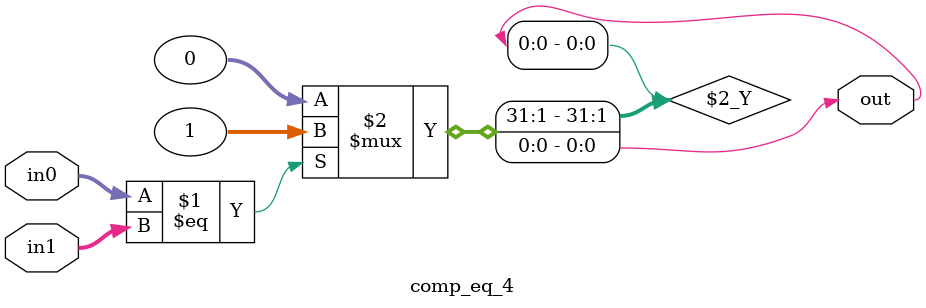
<source format=v>
module comp_eq_4(
    input [3:0] in0,
    input [3:0] in1,
    output out
    );
    
    assign out = (in0 == in1) ? 1 : 0;
endmodule
</source>
